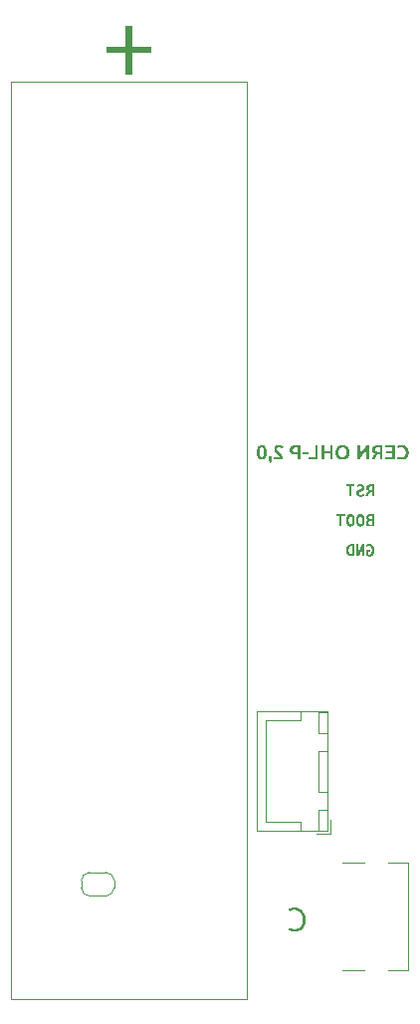
<source format=gbr>
%TF.GenerationSoftware,KiCad,Pcbnew,8.0.7*%
%TF.CreationDate,2025-01-25T18:23:14+01:00*%
%TF.ProjectId,termometer2,7465726d-6f6d-4657-9465-72322e6b6963,rev?*%
%TF.SameCoordinates,Original*%
%TF.FileFunction,Legend,Bot*%
%TF.FilePolarity,Positive*%
%FSLAX46Y46*%
G04 Gerber Fmt 4.6, Leading zero omitted, Abs format (unit mm)*
G04 Created by KiCad (PCBNEW 8.0.7) date 2025-01-25 18:23:14*
%MOMM*%
%LPD*%
G01*
G04 APERTURE LIST*
%ADD10C,0.312500*%
%ADD11C,0.200000*%
%ADD12C,0.300000*%
%ADD13C,0.120000*%
G04 APERTURE END LIST*
D10*
G36*
X118004817Y-183919719D02*
G01*
X118073006Y-183917133D01*
X118137438Y-183909372D01*
X118198114Y-183896439D01*
X118264154Y-183874811D01*
X118325081Y-183846141D01*
X118380427Y-183810708D01*
X118429725Y-183768787D01*
X118472974Y-183720381D01*
X118510176Y-183665487D01*
X118528718Y-183631208D01*
X118555960Y-183566338D01*
X118573985Y-183506131D01*
X118587094Y-183441674D01*
X118595287Y-183372967D01*
X118598565Y-183300009D01*
X118598633Y-183287436D01*
X118596427Y-183223015D01*
X118589809Y-183161721D01*
X118576843Y-183095499D01*
X118558115Y-183033360D01*
X118552532Y-183018463D01*
X118527058Y-182961696D01*
X118492972Y-182903352D01*
X118453138Y-182850853D01*
X118423389Y-182819100D01*
X118374528Y-182776534D01*
X118321368Y-182740199D01*
X118263910Y-182710095D01*
X118230131Y-182696063D01*
X118166735Y-182675844D01*
X118100537Y-182662242D01*
X118039343Y-182655707D01*
X117991995Y-182654236D01*
X117925933Y-182656329D01*
X117860696Y-182663384D01*
X117816445Y-182671944D01*
X117755929Y-182687930D01*
X117696430Y-182709385D01*
X117693408Y-182710717D01*
X117637194Y-182737679D01*
X117625630Y-182744606D01*
X117695545Y-182938779D01*
X117753476Y-182911607D01*
X117812556Y-182890837D01*
X117821635Y-182888099D01*
X117884600Y-182873866D01*
X117949250Y-182867169D01*
X117989858Y-182866117D01*
X118055844Y-182871420D01*
X118117789Y-182887329D01*
X118170597Y-182910996D01*
X118222953Y-182947479D01*
X118267517Y-182995217D01*
X118301267Y-183048383D01*
X118327027Y-183111018D01*
X118342054Y-183175955D01*
X118348923Y-183240488D01*
X118350116Y-183284077D01*
X118347121Y-183350817D01*
X118338137Y-183413307D01*
X118321131Y-183477754D01*
X118312258Y-183502064D01*
X118284393Y-183557854D01*
X118244031Y-183610131D01*
X118193495Y-183652884D01*
X118138218Y-183681864D01*
X118073520Y-183700111D01*
X118007237Y-183707356D01*
X117983446Y-183707839D01*
X117920018Y-183706003D01*
X117858265Y-183699659D01*
X117796284Y-183686063D01*
X117791716Y-183684636D01*
X117733746Y-183664684D01*
X117675700Y-183640061D01*
X117610060Y-183833013D01*
X117668691Y-183861099D01*
X117732017Y-183882794D01*
X117762712Y-183891631D01*
X117823089Y-183905209D01*
X117889504Y-183914343D01*
X117953609Y-183918732D01*
X118004817Y-183919719D01*
G37*
G36*
X117429625Y-183894685D02*
G01*
X117429625Y-182682019D01*
X116636752Y-182682019D01*
X116636752Y-182883214D01*
X117190573Y-182883214D01*
X117190573Y-183161956D01*
X116698423Y-183161956D01*
X116698423Y-183358877D01*
X117190573Y-183358877D01*
X117190573Y-183693489D01*
X116595536Y-183693489D01*
X116595536Y-183894685D01*
X117429625Y-183894685D01*
G37*
G36*
X116088450Y-182669470D02*
G01*
X116150868Y-182672046D01*
X116212686Y-182676218D01*
X116264168Y-182680989D01*
X116325123Y-182689050D01*
X116389151Y-182700642D01*
X116389151Y-183894685D01*
X116150098Y-183894685D01*
X116150098Y-183441309D01*
X116001721Y-183441309D01*
X115989509Y-183441003D01*
X115976991Y-183440088D01*
X115956572Y-183464871D01*
X115918029Y-183516246D01*
X115881736Y-183569842D01*
X115851087Y-183617587D01*
X115817097Y-183671966D01*
X115782818Y-183728294D01*
X115752061Y-183780357D01*
X115719468Y-183837557D01*
X115688174Y-183894685D01*
X115421339Y-183894685D01*
X115433389Y-183869297D01*
X115461264Y-183813700D01*
X115491559Y-183757298D01*
X115506184Y-183731187D01*
X115538463Y-183675351D01*
X115571548Y-183620522D01*
X115584421Y-183599763D01*
X115617819Y-183547954D01*
X115653675Y-183495653D01*
X115690754Y-183444491D01*
X115729695Y-183394292D01*
X115709132Y-183385899D01*
X115652787Y-183356854D01*
X115599586Y-183317785D01*
X115556283Y-183271560D01*
X115538516Y-183245356D01*
X115512017Y-183185702D01*
X115498466Y-183123755D01*
X115494612Y-183062122D01*
X115494632Y-183060290D01*
X115741602Y-183060290D01*
X115748206Y-183118385D01*
X115776101Y-183175389D01*
X115822580Y-183212526D01*
X115879905Y-183233702D01*
X115926547Y-183242396D01*
X115991806Y-183248579D01*
X116053928Y-183250189D01*
X116150098Y-183250189D01*
X116150098Y-182879550D01*
X116096975Y-182875276D01*
X116091353Y-182874839D01*
X116029809Y-182872833D01*
X116002634Y-182873273D01*
X115937491Y-182878533D01*
X115876241Y-182890846D01*
X115825125Y-182910782D01*
X115776407Y-182949465D01*
X115750303Y-182997474D01*
X115741602Y-183060290D01*
X115494632Y-183060290D01*
X115494750Y-183049724D01*
X115501390Y-182979586D01*
X115517991Y-182916724D01*
X115544553Y-182861140D01*
X115588130Y-182805489D01*
X115636272Y-182765672D01*
X115663937Y-182748376D01*
X115725882Y-182718888D01*
X115784243Y-182699513D01*
X115848731Y-182684863D01*
X115919346Y-182674940D01*
X115980249Y-182670403D01*
X116045074Y-182668891D01*
X116088450Y-182669470D01*
G37*
G36*
X115241210Y-183894685D02*
G01*
X115241210Y-182682019D01*
X115047342Y-182682019D01*
X115003172Y-182728797D01*
X114960611Y-182777076D01*
X114934990Y-182807499D01*
X114893873Y-182857769D01*
X114851963Y-182910348D01*
X114813174Y-182960150D01*
X114773926Y-183011223D01*
X114734797Y-183063310D01*
X114695787Y-183116410D01*
X114688000Y-183127151D01*
X114649389Y-183180591D01*
X114611793Y-183233674D01*
X114575210Y-183286398D01*
X114568015Y-183296900D01*
X114532816Y-183348527D01*
X114496094Y-183403802D01*
X114461464Y-183457490D01*
X114461464Y-182682019D01*
X114224243Y-182682019D01*
X114224243Y-183894685D01*
X114424828Y-183894685D01*
X114457004Y-183838029D01*
X114490985Y-183780147D01*
X114523441Y-183726462D01*
X114557209Y-183671973D01*
X114592110Y-183616887D01*
X114628145Y-183561205D01*
X114635487Y-183549997D01*
X114672452Y-183493975D01*
X114710072Y-183438489D01*
X114748348Y-183383541D01*
X114756082Y-183372615D01*
X114794937Y-183318579D01*
X114834030Y-183265616D01*
X114873362Y-183213726D01*
X114881257Y-183203477D01*
X114920386Y-183153323D01*
X114959157Y-183105136D01*
X115001392Y-183054404D01*
X115005210Y-183049910D01*
X115005210Y-183894685D01*
X115241210Y-183894685D01*
G37*
G36*
X113014390Y-182655220D02*
G01*
X113079498Y-182661950D01*
X113142675Y-182675055D01*
X113203919Y-182694536D01*
X113236833Y-182708106D01*
X113293186Y-182737454D01*
X113345819Y-182773129D01*
X113394734Y-182815131D01*
X113424837Y-182846573D01*
X113465243Y-182898726D01*
X113499949Y-182956868D01*
X113526014Y-183013578D01*
X113531745Y-183028494D01*
X113550969Y-183091091D01*
X113564279Y-183158382D01*
X113571072Y-183221112D01*
X113573336Y-183287436D01*
X113572628Y-183325668D01*
X113568299Y-183386812D01*
X113557909Y-183455935D01*
X113541852Y-183520420D01*
X113520128Y-183580270D01*
X113492736Y-183635482D01*
X113471656Y-183669590D01*
X113430656Y-183724091D01*
X113384426Y-183771988D01*
X113332966Y-183813282D01*
X113276276Y-183847973D01*
X113241886Y-183864789D01*
X113179661Y-183888821D01*
X113114836Y-183905987D01*
X113047410Y-183916286D01*
X112977384Y-183919719D01*
X112935996Y-183918598D01*
X112866047Y-183911242D01*
X112799253Y-183897018D01*
X112735615Y-183875929D01*
X112675133Y-183847973D01*
X112642265Y-183828958D01*
X112588925Y-183790494D01*
X112540902Y-183745427D01*
X112498197Y-183693756D01*
X112460810Y-183635482D01*
X112446624Y-183608455D01*
X112422438Y-183550925D01*
X112403834Y-183488757D01*
X112390811Y-183421953D01*
X112383369Y-183350512D01*
X112381431Y-183287436D01*
X112628727Y-183287436D01*
X112629385Y-183318758D01*
X112635680Y-183385535D01*
X112648641Y-183447193D01*
X112670859Y-183509697D01*
X112700519Y-183564866D01*
X112741271Y-183615910D01*
X112790538Y-183656853D01*
X112847741Y-183686576D01*
X112912304Y-183703962D01*
X112977384Y-183709060D01*
X113042463Y-183703962D01*
X113107026Y-183686576D01*
X113164229Y-183656853D01*
X113213532Y-183615910D01*
X113254393Y-183564866D01*
X113284214Y-183509697D01*
X113298428Y-183472953D01*
X113314236Y-183413571D01*
X113323426Y-183349069D01*
X113326040Y-183287436D01*
X113325387Y-183256113D01*
X113319137Y-183189336D01*
X113306271Y-183127678D01*
X113284214Y-183065175D01*
X113254393Y-183009976D01*
X113213532Y-182958830D01*
X113164229Y-182917713D01*
X113107026Y-182887642D01*
X113042463Y-182870054D01*
X112977384Y-182864896D01*
X112912304Y-182869994D01*
X112847741Y-182887379D01*
X112790538Y-182917103D01*
X112741271Y-182957872D01*
X112700519Y-183008814D01*
X112670859Y-183063954D01*
X112656541Y-183100740D01*
X112640618Y-183160348D01*
X112631360Y-183225268D01*
X112628727Y-183287436D01*
X112381431Y-183287436D01*
X112382142Y-183248988D01*
X112386488Y-183187544D01*
X112396917Y-183118160D01*
X112413035Y-183053521D01*
X112434841Y-182993625D01*
X112462337Y-182938474D01*
X112483345Y-182904299D01*
X112524243Y-182849727D01*
X112570400Y-182801817D01*
X112621816Y-182760569D01*
X112678492Y-182725982D01*
X112712748Y-182709167D01*
X112774831Y-182685135D01*
X112839631Y-182667969D01*
X112907149Y-182657669D01*
X112977384Y-182654236D01*
X113014390Y-182655220D01*
G37*
G36*
X112145431Y-183894685D02*
G01*
X112145431Y-182682019D01*
X111906379Y-182682019D01*
X111906379Y-183159819D01*
X111403849Y-183159819D01*
X111403849Y-182682019D01*
X111164796Y-182682019D01*
X111164796Y-183894685D01*
X111403849Y-183894685D01*
X111403849Y-183364983D01*
X111906379Y-183364983D01*
X111906379Y-183894685D01*
X112145431Y-183894685D01*
G37*
G36*
X110876590Y-183894685D02*
G01*
X110876590Y-182682019D01*
X110637537Y-182682019D01*
X110637537Y-183688910D01*
X110092876Y-183688910D01*
X110092876Y-183894685D01*
X110876590Y-183894685D01*
G37*
G36*
X110062956Y-183480082D02*
G01*
X110062956Y-183271560D01*
X109580576Y-183271560D01*
X109580576Y-183480082D01*
X110062956Y-183480082D01*
G37*
G36*
X109085200Y-182669470D02*
G01*
X109148920Y-182672046D01*
X109212686Y-182676218D01*
X109265939Y-182680989D01*
X109328272Y-182689050D01*
X109392815Y-182700642D01*
X109392815Y-183894685D01*
X109153762Y-183894685D01*
X109153762Y-183474587D01*
X109050569Y-183474587D01*
X109006758Y-183473948D01*
X108944190Y-183470592D01*
X108875969Y-183463041D01*
X108812891Y-183451575D01*
X108747098Y-183433676D01*
X108709449Y-183419699D01*
X108649082Y-183388529D01*
X108598230Y-183349632D01*
X108556893Y-183303006D01*
X108531436Y-183261046D01*
X108507892Y-183199585D01*
X108495642Y-183137856D01*
X108491559Y-183069449D01*
X108491592Y-183067922D01*
X108738244Y-183067922D01*
X108738279Y-183072830D01*
X108746160Y-183134339D01*
X108774270Y-183190960D01*
X108822370Y-183230347D01*
X108881126Y-183252936D01*
X108923284Y-183261644D01*
X108987233Y-183268821D01*
X109053622Y-183270949D01*
X109153762Y-183270949D01*
X109153762Y-182879550D01*
X109097586Y-182875276D01*
X109089271Y-182874703D01*
X109027061Y-182872833D01*
X109001206Y-182873243D01*
X108938447Y-182878146D01*
X108878073Y-182889625D01*
X108826490Y-182909168D01*
X108775796Y-182948549D01*
X108773486Y-182951216D01*
X108745432Y-183007056D01*
X108738244Y-183067922D01*
X108491592Y-183067922D01*
X108492109Y-183043860D01*
X108500374Y-182972343D01*
X108518556Y-182908705D01*
X108546656Y-182852946D01*
X108584674Y-182805064D01*
X108632609Y-182765061D01*
X108660169Y-182747875D01*
X108721972Y-182718573D01*
X108780279Y-182699320D01*
X108844773Y-182684763D01*
X108915453Y-182674901D01*
X108976452Y-182670393D01*
X109041410Y-182668891D01*
X109085200Y-182669470D01*
G37*
G36*
X107911176Y-183894685D02*
G01*
X107914229Y-183853469D01*
X107914229Y-183814695D01*
X107910510Y-183753182D01*
X107897654Y-183689593D01*
X107875615Y-183631013D01*
X107867213Y-183614416D01*
X107835281Y-183561023D01*
X107798639Y-183510374D01*
X107757286Y-183462468D01*
X107748450Y-183453216D01*
X107703668Y-183407676D01*
X107659005Y-183363032D01*
X107614462Y-183319282D01*
X107605568Y-183310639D01*
X107560894Y-183267395D01*
X107516615Y-183223417D01*
X107501764Y-183208362D01*
X107459785Y-183160506D01*
X107427270Y-183112802D01*
X107404073Y-183053945D01*
X107399488Y-183011441D01*
X107407499Y-182949109D01*
X107439356Y-182895356D01*
X107448031Y-182888099D01*
X107506415Y-182859750D01*
X107569236Y-182851768D01*
X107630450Y-182857568D01*
X107686473Y-182874971D01*
X107741267Y-182902909D01*
X107776538Y-182927178D01*
X107823582Y-182966775D01*
X107829050Y-182972057D01*
X107943233Y-182813299D01*
X107895453Y-182772694D01*
X107844282Y-182737399D01*
X107840651Y-182735142D01*
X107783232Y-182704386D01*
X107724679Y-182681128D01*
X107711508Y-182676829D01*
X107647745Y-182661385D01*
X107585815Y-182654788D01*
X107561299Y-182654236D01*
X107499861Y-182656472D01*
X107433200Y-182665059D01*
X107365168Y-182683216D01*
X107307627Y-182710139D01*
X107260575Y-182745827D01*
X107218767Y-182795725D01*
X107188905Y-182854134D01*
X107170987Y-182921052D01*
X107165108Y-182986587D01*
X107165015Y-182996481D01*
X107171197Y-183061683D01*
X107189744Y-183124480D01*
X107208978Y-183165009D01*
X107241981Y-183218746D01*
X107280540Y-183270390D01*
X107320414Y-183315524D01*
X107366880Y-183363642D01*
X107413923Y-183410607D01*
X107457190Y-183452300D01*
X107502839Y-183497294D01*
X107541149Y-183536563D01*
X107583586Y-183582741D01*
X107620527Y-183627849D01*
X107653560Y-183681937D01*
X107659606Y-183702038D01*
X107127157Y-183702038D01*
X107127157Y-183894685D01*
X107911176Y-183894685D01*
G37*
G36*
X106808115Y-184178312D02*
G01*
X106986107Y-184130379D01*
X106965517Y-184071515D01*
X106947116Y-184007413D01*
X106933425Y-183944682D01*
X106930236Y-183926131D01*
X106921024Y-183861683D01*
X106915335Y-183798535D01*
X106914055Y-183756077D01*
X106914971Y-183720661D01*
X106917108Y-183679140D01*
X106918940Y-183651052D01*
X106677750Y-183651052D01*
X106674086Y-183703259D01*
X106673476Y-183731042D01*
X106676934Y-183798215D01*
X106685961Y-183860964D01*
X106700591Y-183925887D01*
X106708891Y-183955440D01*
X106728373Y-184014135D01*
X106751405Y-184070845D01*
X106781557Y-184132271D01*
X106808115Y-184178312D01*
G37*
G36*
X106144985Y-182656032D02*
G01*
X106212675Y-182668319D01*
X106274858Y-182692247D01*
X106331536Y-182727814D01*
X106337485Y-182732479D01*
X106382007Y-182774539D01*
X106421071Y-182825034D01*
X106454678Y-182883962D01*
X106479608Y-182942443D01*
X106485930Y-182960280D01*
X106504845Y-183026562D01*
X106517081Y-183088143D01*
X106525646Y-183154125D01*
X106530540Y-183224507D01*
X106531815Y-183286520D01*
X106531616Y-183311804D01*
X106529375Y-183372854D01*
X106523400Y-183442041D01*
X106513841Y-183506785D01*
X106500696Y-183567085D01*
X106480829Y-183631818D01*
X106456271Y-183690180D01*
X106423017Y-183749008D01*
X106384229Y-183799441D01*
X106333978Y-183846141D01*
X106290359Y-183874811D01*
X106228954Y-183901325D01*
X106169343Y-183915121D01*
X106105001Y-183919719D01*
X106080269Y-183919080D01*
X106010166Y-183909492D01*
X105946202Y-183888397D01*
X105888378Y-183855796D01*
X105836694Y-183811690D01*
X105791149Y-183756077D01*
X105784180Y-183745710D01*
X105752655Y-183689709D01*
X105726661Y-183626761D01*
X105706198Y-183556866D01*
X105693809Y-183495949D01*
X105684960Y-183430585D01*
X105679651Y-183360775D01*
X105677881Y-183286520D01*
X105912354Y-183286520D01*
X105912631Y-183317332D01*
X105915276Y-183383693D01*
X105920724Y-183445949D01*
X105930062Y-183510307D01*
X105937539Y-183545817D01*
X105957517Y-183608013D01*
X105989291Y-183665707D01*
X105991899Y-183669182D01*
X106042474Y-183709778D01*
X106105001Y-183722188D01*
X106113928Y-183721967D01*
X106173436Y-183706248D01*
X106219795Y-183665707D01*
X106241562Y-183630456D01*
X106264574Y-183573161D01*
X106279634Y-183510307D01*
X106283784Y-183485172D01*
X106291739Y-183418787D01*
X106295941Y-183354706D01*
X106297342Y-183286520D01*
X106297065Y-183255651D01*
X106294419Y-183189300D01*
X106288972Y-183127248D01*
X106279634Y-183063343D01*
X106272135Y-183027948D01*
X106251985Y-182965981D01*
X106219795Y-182908554D01*
X106217113Y-182905060D01*
X106166261Y-182864245D01*
X106105001Y-182851768D01*
X106095819Y-182851989D01*
X106035243Y-182867794D01*
X105989291Y-182908554D01*
X105967819Y-182943633D01*
X105945050Y-183000699D01*
X105930062Y-183063343D01*
X105925911Y-183088268D01*
X105917957Y-183154296D01*
X105913755Y-183218259D01*
X105912354Y-183286520D01*
X105677881Y-183286520D01*
X105677992Y-183267595D01*
X105680646Y-183194659D01*
X105686841Y-183126140D01*
X105696574Y-183062038D01*
X105709848Y-183002353D01*
X105731418Y-182933960D01*
X105758518Y-182872468D01*
X105791149Y-182817879D01*
X105805648Y-182798063D01*
X105853240Y-182746285D01*
X105906971Y-182706014D01*
X105966841Y-182677248D01*
X106032851Y-182659989D01*
X106105001Y-182654236D01*
X106144985Y-182656032D01*
G37*
D11*
G36*
X115677249Y-189586792D02*
G01*
X115347033Y-189586792D01*
X115310280Y-189586188D01*
X115253396Y-189582502D01*
X115201974Y-189575464D01*
X115147477Y-189562596D01*
X115100846Y-189544902D01*
X115056384Y-189518159D01*
X115026004Y-189489468D01*
X114998505Y-189448529D01*
X114979562Y-189399549D01*
X114970134Y-189351166D01*
X114966991Y-189296875D01*
X114968428Y-189270741D01*
X115172399Y-189270741D01*
X115173764Y-189302043D01*
X115184687Y-189353517D01*
X115211234Y-189394817D01*
X115248534Y-189416547D01*
X115297088Y-189427655D01*
X115347033Y-189430476D01*
X115481610Y-189430476D01*
X115481610Y-189102214D01*
X115347033Y-189102214D01*
X115303573Y-189104671D01*
X115254633Y-189116077D01*
X115212943Y-189141537D01*
X115191563Y-189171051D01*
X115176358Y-189219503D01*
X115172399Y-189270741D01*
X114968428Y-189270741D01*
X114969843Y-189245020D01*
X114980085Y-189192225D01*
X114997778Y-189146331D01*
X115026586Y-189102946D01*
X115059895Y-189071851D01*
X115106052Y-189045445D01*
X115154802Y-189029596D01*
X115203418Y-189021614D01*
X115191330Y-189020337D01*
X115141514Y-189010200D01*
X115094955Y-188990508D01*
X115054430Y-188958599D01*
X115048248Y-188951656D01*
X115021379Y-188907570D01*
X115007421Y-188858826D01*
X115005107Y-188829639D01*
X115204639Y-188829639D01*
X115210904Y-188877403D01*
X115237368Y-188919032D01*
X115248675Y-188926771D01*
X115295547Y-188942120D01*
X115347033Y-188945898D01*
X115481610Y-188945898D01*
X115481610Y-188711425D01*
X115347033Y-188711425D01*
X115337734Y-188711535D01*
X115285388Y-188717597D01*
X115238100Y-188739513D01*
X115211991Y-188778938D01*
X115204639Y-188829639D01*
X115005107Y-188829639D01*
X115003383Y-188807901D01*
X115003467Y-188800086D01*
X115008772Y-188748810D01*
X115024937Y-188697564D01*
X115051880Y-188654165D01*
X115089601Y-188618613D01*
X115095072Y-188614706D01*
X115138022Y-188590830D01*
X115189106Y-188573032D01*
X115239366Y-188562614D01*
X115295603Y-188556660D01*
X115347033Y-188555110D01*
X115677249Y-188555110D01*
X115677249Y-189586792D01*
G37*
G36*
X114540955Y-188541581D02*
G01*
X114591077Y-188550123D01*
X114645620Y-188569048D01*
X114694048Y-188597436D01*
X114736364Y-188635286D01*
X114766956Y-188674056D01*
X114777958Y-188691350D01*
X114802359Y-188738974D01*
X114822323Y-188792872D01*
X114835100Y-188840507D01*
X114845037Y-188892157D01*
X114852136Y-188947822D01*
X114856395Y-189007501D01*
X114857814Y-189071195D01*
X114857726Y-189087465D01*
X114855596Y-189150050D01*
X114850627Y-189208644D01*
X114842819Y-189263245D01*
X114832172Y-189313855D01*
X114814870Y-189371504D01*
X114793131Y-189422915D01*
X114766956Y-189468089D01*
X114742822Y-189499574D01*
X114701526Y-189538929D01*
X114654116Y-189568840D01*
X114600592Y-189589305D01*
X114551319Y-189599143D01*
X114497800Y-189602423D01*
X114454535Y-189600324D01*
X114404307Y-189591797D01*
X114349684Y-189572906D01*
X114301227Y-189544570D01*
X114258934Y-189506789D01*
X114228400Y-189468089D01*
X114217368Y-189450768D01*
X114192902Y-189403099D01*
X114172885Y-189349193D01*
X114160074Y-189301577D01*
X114150109Y-189249969D01*
X114142992Y-189194370D01*
X114138721Y-189134778D01*
X114137298Y-189071195D01*
X114348079Y-189071195D01*
X114348115Y-189082924D01*
X114349342Y-189138511D01*
X114352322Y-189189007D01*
X114358212Y-189242880D01*
X114368275Y-189296463D01*
X114383983Y-189345480D01*
X114410421Y-189390302D01*
X114449089Y-189420433D01*
X114497800Y-189430476D01*
X114546263Y-189420433D01*
X114584855Y-189390302D01*
X114611373Y-189345480D01*
X114613567Y-189340065D01*
X114628611Y-189289419D01*
X114638118Y-189234410D01*
X114643550Y-189179315D01*
X114646162Y-189127801D01*
X114647033Y-189071195D01*
X114646998Y-189059436D01*
X114645779Y-189003712D01*
X114642819Y-188953105D01*
X114636969Y-188899129D01*
X114626974Y-188845469D01*
X114611373Y-188796422D01*
X114584855Y-188751599D01*
X114546263Y-188721469D01*
X114497800Y-188711425D01*
X114449089Y-188721469D01*
X114410421Y-188751599D01*
X114383983Y-188796422D01*
X114381774Y-188801836D01*
X114366627Y-188852520D01*
X114357055Y-188907613D01*
X114351586Y-188962817D01*
X114348956Y-189014448D01*
X114348079Y-189071195D01*
X114137298Y-189071195D01*
X114137387Y-189054895D01*
X114139522Y-188992205D01*
X114144504Y-188933529D01*
X114152333Y-188878868D01*
X114163009Y-188828222D01*
X114180358Y-188770561D01*
X114202155Y-188719172D01*
X114228400Y-188674056D01*
X114252485Y-188642514D01*
X114293750Y-188603087D01*
X114341180Y-188573123D01*
X114394775Y-188552621D01*
X114444147Y-188542764D01*
X114497800Y-188539478D01*
X114540955Y-188541581D01*
G37*
G36*
X113698806Y-188541581D02*
G01*
X113748928Y-188550123D01*
X113803470Y-188569048D01*
X113851899Y-188597436D01*
X113894214Y-188635286D01*
X113924807Y-188674056D01*
X113935809Y-188691350D01*
X113960209Y-188738974D01*
X113980173Y-188792872D01*
X113992950Y-188840507D01*
X114002888Y-188892157D01*
X114009986Y-188947822D01*
X114014245Y-189007501D01*
X114015665Y-189071195D01*
X114015576Y-189087465D01*
X114013447Y-189150050D01*
X114008478Y-189208644D01*
X114000670Y-189263245D01*
X113990022Y-189313855D01*
X113972720Y-189371504D01*
X113950982Y-189422915D01*
X113924807Y-189468089D01*
X113900672Y-189499574D01*
X113859376Y-189538929D01*
X113811966Y-189568840D01*
X113758443Y-189589305D01*
X113709170Y-189599143D01*
X113655651Y-189602423D01*
X113612386Y-189600324D01*
X113562157Y-189591797D01*
X113507535Y-189572906D01*
X113459077Y-189544570D01*
X113416785Y-189506789D01*
X113386251Y-189468089D01*
X113375219Y-189450768D01*
X113350753Y-189403099D01*
X113330735Y-189349193D01*
X113317924Y-189301577D01*
X113307960Y-189249969D01*
X113300842Y-189194370D01*
X113296572Y-189134778D01*
X113295149Y-189071195D01*
X113505930Y-189071195D01*
X113505965Y-189082924D01*
X113507192Y-189138511D01*
X113510173Y-189189007D01*
X113516063Y-189242880D01*
X113526126Y-189296463D01*
X113541834Y-189345480D01*
X113568271Y-189390302D01*
X113606939Y-189420433D01*
X113655651Y-189430476D01*
X113704113Y-189420433D01*
X113742705Y-189390302D01*
X113769224Y-189345480D01*
X113771418Y-189340065D01*
X113786462Y-189289419D01*
X113795968Y-189234410D01*
X113801401Y-189179315D01*
X113804013Y-189127801D01*
X113804883Y-189071195D01*
X113804849Y-189059436D01*
X113803630Y-189003712D01*
X113800670Y-188953105D01*
X113794819Y-188899129D01*
X113784825Y-188845469D01*
X113769224Y-188796422D01*
X113742705Y-188751599D01*
X113704113Y-188721469D01*
X113655651Y-188711425D01*
X113606939Y-188721469D01*
X113568271Y-188751599D01*
X113541834Y-188796422D01*
X113539625Y-188801836D01*
X113524478Y-188852520D01*
X113514906Y-188907613D01*
X113509436Y-188962817D01*
X113506807Y-189014448D01*
X113505930Y-189071195D01*
X113295149Y-189071195D01*
X113295237Y-189054895D01*
X113297373Y-188992205D01*
X113302355Y-188933529D01*
X113310184Y-188878868D01*
X113320860Y-188828222D01*
X113338209Y-188770561D01*
X113360006Y-188719172D01*
X113386251Y-188674056D01*
X113410336Y-188642514D01*
X113451600Y-188603087D01*
X113499030Y-188573123D01*
X113552625Y-188552621D01*
X113601997Y-188542764D01*
X113655651Y-188539478D01*
X113698806Y-188541581D01*
G37*
G36*
X112711897Y-189586792D02*
G01*
X112914618Y-189586792D01*
X112914618Y-188727057D01*
X113174981Y-188727057D01*
X113174981Y-188555110D01*
X112451534Y-188555110D01*
X112451534Y-188727057D01*
X112711897Y-188727057D01*
X112711897Y-189586792D01*
G37*
G36*
X115164096Y-191947273D02*
G01*
X115164096Y-191751634D01*
X115303070Y-191751634D01*
X115303070Y-191579688D01*
X114987020Y-191579688D01*
X114987020Y-192046436D01*
X115028595Y-192076299D01*
X115073056Y-192100736D01*
X115115980Y-192118243D01*
X115165523Y-192132010D01*
X115217433Y-192140062D01*
X115266678Y-192142423D01*
X115326677Y-192139048D01*
X115382264Y-192128923D01*
X115433438Y-192112048D01*
X115480199Y-192088422D01*
X115522548Y-192058047D01*
X115560485Y-192020922D01*
X115574424Y-192004182D01*
X115605665Y-191958137D01*
X115631611Y-191906403D01*
X115652262Y-191848981D01*
X115664970Y-191798948D01*
X115674290Y-191745273D01*
X115680220Y-191687958D01*
X115682762Y-191627003D01*
X115682868Y-191611195D01*
X115681158Y-191548440D01*
X115676029Y-191489501D01*
X115667480Y-191434378D01*
X115655512Y-191383072D01*
X115640125Y-191335582D01*
X115616082Y-191281586D01*
X115586697Y-191233553D01*
X115573447Y-191216010D01*
X115536803Y-191176677D01*
X115495413Y-191144011D01*
X115449277Y-191118011D01*
X115398393Y-191098678D01*
X115342764Y-191086011D01*
X115282388Y-191080011D01*
X115256908Y-191079478D01*
X115207064Y-191082139D01*
X115157945Y-191090120D01*
X115135519Y-191095598D01*
X115088149Y-191111034D01*
X115043279Y-191131145D01*
X115023412Y-191142004D01*
X115023412Y-191360846D01*
X115057106Y-191323809D01*
X115097716Y-191292290D01*
X115121353Y-191279025D01*
X115167976Y-191261155D01*
X115218146Y-191252395D01*
X115242498Y-191251425D01*
X115296506Y-191257012D01*
X115343248Y-191273773D01*
X115387147Y-191305986D01*
X115414933Y-191340818D01*
X115439831Y-191391147D01*
X115455781Y-191444627D01*
X115465117Y-191497481D01*
X115469841Y-191546471D01*
X115471786Y-191599958D01*
X115471842Y-191611195D01*
X115470500Y-191664098D01*
X115466475Y-191712899D01*
X115458103Y-191766045D01*
X115443452Y-191820582D01*
X115423542Y-191867077D01*
X115416887Y-191878885D01*
X115386280Y-191918956D01*
X115344367Y-191950351D01*
X115294532Y-191967256D01*
X115256908Y-191970476D01*
X115207888Y-191966175D01*
X115201953Y-191964858D01*
X115164096Y-191947273D01*
G37*
G36*
X114839253Y-191095110D02*
G01*
X114621632Y-191095110D01*
X114335868Y-191844935D01*
X114335868Y-191095110D01*
X114157083Y-191095110D01*
X114157083Y-192126792D01*
X114373482Y-192126792D01*
X114660711Y-191376966D01*
X114660711Y-192126792D01*
X114839253Y-192126792D01*
X114839253Y-191095110D01*
G37*
G36*
X113984891Y-192126792D02*
G01*
X113767759Y-192126792D01*
X113707126Y-192124899D01*
X113650889Y-192119220D01*
X113599049Y-192109756D01*
X113540430Y-192092601D01*
X113488681Y-192069532D01*
X113443802Y-192040547D01*
X113405792Y-192005647D01*
X113386019Y-191981543D01*
X113357386Y-191935397D01*
X113334155Y-191881785D01*
X113319461Y-191833520D01*
X113308223Y-191780478D01*
X113300444Y-191722657D01*
X113296122Y-191660058D01*
X113295150Y-191609974D01*
X113505931Y-191609974D01*
X113505981Y-191621621D01*
X113507717Y-191676643D01*
X113511934Y-191726311D01*
X113520269Y-191778844D01*
X113534508Y-191830388D01*
X113556734Y-191876443D01*
X113586440Y-191910743D01*
X113630150Y-191937618D01*
X113678151Y-191951093D01*
X113727215Y-191954845D01*
X113782170Y-191954845D01*
X113782170Y-191267057D01*
X113727215Y-191267057D01*
X113684757Y-191269804D01*
X113635679Y-191282017D01*
X113590758Y-191307433D01*
X113556734Y-191345214D01*
X113553608Y-191350190D01*
X113532176Y-191397657D01*
X113518632Y-191450361D01*
X113510892Y-191503833D01*
X113507171Y-191554244D01*
X113505931Y-191609974D01*
X113295150Y-191609974D01*
X113295258Y-191593011D01*
X113297851Y-191528157D01*
X113303901Y-191468096D01*
X113313410Y-191412829D01*
X113326376Y-191362354D01*
X113347445Y-191306002D01*
X113373917Y-191257139D01*
X113405792Y-191215766D01*
X113412844Y-191208343D01*
X113452228Y-191174762D01*
X113498482Y-191147072D01*
X113551605Y-191125274D01*
X113599049Y-191112077D01*
X113650889Y-191102651D01*
X113707126Y-191096995D01*
X113767759Y-191095110D01*
X113984891Y-191095110D01*
X113984891Y-192126792D01*
G37*
D12*
G36*
X95076970Y-151160704D02*
G01*
X95076970Y-149362588D01*
X96706559Y-149362588D01*
X96706559Y-148824766D01*
X95076970Y-148824766D01*
X95076970Y-147035443D01*
X94514235Y-147035443D01*
X94514235Y-148824766D01*
X92891974Y-148824766D01*
X92891974Y-149362588D01*
X94514235Y-149362588D01*
X94514235Y-151160704D01*
X95076970Y-151160704D01*
G37*
D11*
G36*
X115671877Y-187046792D02*
G01*
X115469155Y-187046792D01*
X115469155Y-186640371D01*
X115404675Y-186640371D01*
X115373435Y-186645946D01*
X115332009Y-186673252D01*
X115301581Y-186711480D01*
X115276936Y-186756875D01*
X115262526Y-186787161D01*
X115138695Y-187046792D01*
X114916189Y-187046792D01*
X115101814Y-186676764D01*
X115126356Y-186630990D01*
X115156280Y-186589325D01*
X115163422Y-186582702D01*
X115208792Y-186560748D01*
X115191054Y-186557968D01*
X115142606Y-186544296D01*
X115097159Y-186519724D01*
X115060537Y-186485277D01*
X115045690Y-186464518D01*
X115023546Y-186416595D01*
X115012223Y-186366163D01*
X115009763Y-186327496D01*
X115218562Y-186327496D01*
X115218880Y-186341230D01*
X115227599Y-186392160D01*
X115254710Y-186435696D01*
X115272673Y-186448449D01*
X115322135Y-186464557D01*
X115373656Y-186468424D01*
X115469155Y-186468424D01*
X115469155Y-186187057D01*
X115373656Y-186187057D01*
X115348651Y-186187850D01*
X115298224Y-186196225D01*
X115254221Y-186219541D01*
X115243948Y-186230742D01*
X115223577Y-186276938D01*
X115218562Y-186327496D01*
X115009763Y-186327496D01*
X115009002Y-186315528D01*
X115010349Y-186277102D01*
X115017421Y-186224658D01*
X115033335Y-186171351D01*
X115057499Y-186126530D01*
X115095219Y-186085696D01*
X115118518Y-186069152D01*
X115167683Y-186045509D01*
X115218327Y-186030619D01*
X115266526Y-186022003D01*
X115320175Y-186016833D01*
X115379274Y-186015110D01*
X115671877Y-186015110D01*
X115671877Y-187046792D01*
G37*
G36*
X114570830Y-186594698D02*
G01*
X114616271Y-186576313D01*
X114664425Y-186553873D01*
X114711814Y-186527172D01*
X114754381Y-186495970D01*
X114778192Y-186472088D01*
X114806786Y-186427471D01*
X114823465Y-186379933D01*
X114831567Y-186325401D01*
X114832414Y-186298920D01*
X114829280Y-186248634D01*
X114817701Y-186195284D01*
X114797590Y-186147661D01*
X114768948Y-186105765D01*
X114743265Y-186079346D01*
X114700965Y-186048225D01*
X114652284Y-186024749D01*
X114605478Y-186010710D01*
X114553984Y-186002286D01*
X114497801Y-185999478D01*
X114444713Y-186001711D01*
X114396109Y-186007680D01*
X114356385Y-186015354D01*
X114307862Y-186027919D01*
X114259686Y-186044120D01*
X114216189Y-186062004D01*
X114216189Y-186265214D01*
X114261283Y-186236243D01*
X114306896Y-186212467D01*
X114348813Y-186195361D01*
X114399017Y-186180775D01*
X114448876Y-186172921D01*
X114481926Y-186171425D01*
X114532255Y-186175547D01*
X114578817Y-186190774D01*
X114594766Y-186200734D01*
X114625258Y-186239044D01*
X114633845Y-186284754D01*
X114621643Y-186333901D01*
X114605512Y-186354607D01*
X114561427Y-186383672D01*
X114513124Y-186405354D01*
X114486322Y-186415668D01*
X114398883Y-186448397D01*
X114347934Y-186469567D01*
X114303227Y-186493543D01*
X114259774Y-186524379D01*
X114224474Y-186558878D01*
X114216922Y-186568076D01*
X114188704Y-186612932D01*
X114169721Y-186663971D01*
X114160600Y-186714530D01*
X114158548Y-186755654D01*
X114161777Y-186810792D01*
X114171462Y-186860434D01*
X114190924Y-186911405D01*
X114219174Y-186954895D01*
X114250383Y-186986219D01*
X114294942Y-187015912D01*
X114340280Y-187035558D01*
X114392212Y-187049846D01*
X114440526Y-187057660D01*
X114493420Y-187061753D01*
X114527355Y-187062423D01*
X114579803Y-187060085D01*
X114632366Y-187053072D01*
X114680251Y-187042639D01*
X114727659Y-187028438D01*
X114774017Y-187010563D01*
X114819326Y-186989016D01*
X114828262Y-186984265D01*
X114828262Y-186781055D01*
X114783075Y-186810001D01*
X114738737Y-186834464D01*
X114690471Y-186856389D01*
X114671458Y-186863609D01*
X114624150Y-186877777D01*
X114572497Y-186887301D01*
X114521249Y-186890476D01*
X114469786Y-186885805D01*
X114421814Y-186868548D01*
X114405233Y-186857259D01*
X114374275Y-186817386D01*
X114363997Y-186767916D01*
X114363956Y-186764203D01*
X114373686Y-186714796D01*
X114391556Y-186685556D01*
X114430213Y-186651922D01*
X114471179Y-186632067D01*
X114570830Y-186594698D01*
G37*
G36*
X113554047Y-187046792D02*
G01*
X113756769Y-187046792D01*
X113756769Y-186187057D01*
X114017131Y-186187057D01*
X114017131Y-186015110D01*
X113293684Y-186015110D01*
X113293684Y-186187057D01*
X113554047Y-186187057D01*
X113554047Y-187046792D01*
G37*
D12*
G36*
X108936078Y-224002009D02*
G01*
X109044968Y-223996376D01*
X109148949Y-223979476D01*
X109248021Y-223951309D01*
X109342185Y-223911876D01*
X109393789Y-223884284D01*
X109478532Y-223827637D01*
X109554955Y-223760705D01*
X109623056Y-223683488D01*
X109682835Y-223595986D01*
X109713258Y-223541367D01*
X109758368Y-223437937D01*
X109788216Y-223341469D01*
X109809923Y-223237788D01*
X109823490Y-223126894D01*
X109828577Y-223028972D01*
X109829030Y-222988401D01*
X109825547Y-222884377D01*
X109815098Y-222785588D01*
X109794628Y-222679098D01*
X109765059Y-222579447D01*
X109756245Y-222555603D01*
X109716464Y-222464867D01*
X109663609Y-222371839D01*
X109602176Y-222288394D01*
X109556454Y-222238087D01*
X109481879Y-222170570D01*
X109401585Y-222113100D01*
X109315573Y-222065676D01*
X109265317Y-222043670D01*
X109171795Y-222011792D01*
X109075878Y-221990347D01*
X108977565Y-221979335D01*
X108921912Y-221977725D01*
X108815895Y-221981091D01*
X108713136Y-221992334D01*
X108663014Y-222001660D01*
X108567781Y-222025252D01*
X108479832Y-222055882D01*
X108389791Y-222098899D01*
X108373342Y-222109127D01*
X108443196Y-222293775D01*
X108534764Y-222247441D01*
X108623935Y-222212686D01*
X108721292Y-222187384D01*
X108824756Y-222175477D01*
X108891137Y-222173607D01*
X109001474Y-222179988D01*
X109102896Y-222199131D01*
X109195403Y-222231035D01*
X109278995Y-222275701D01*
X109361916Y-222339581D01*
X109432627Y-222416368D01*
X109491128Y-222506060D01*
X109518353Y-222561465D01*
X109553829Y-222657025D01*
X109579169Y-222760523D01*
X109593027Y-222857595D01*
X109599124Y-222960745D01*
X109599441Y-222991332D01*
X109595701Y-223096051D01*
X109584481Y-223194787D01*
X109562500Y-223300300D01*
X109530748Y-223397997D01*
X109521284Y-223421200D01*
X109471210Y-223517748D01*
X109409468Y-223601314D01*
X109336056Y-223671896D01*
X109290230Y-223705498D01*
X109199052Y-223754142D01*
X109096978Y-223786866D01*
X108997098Y-223802589D01*
X108916538Y-223806127D01*
X108817306Y-223803344D01*
X108718560Y-223793727D01*
X108616058Y-223773119D01*
X108608304Y-223770956D01*
X108511252Y-223739994D01*
X108417794Y-223699637D01*
X108359176Y-223884284D01*
X108449568Y-223923784D01*
X108544812Y-223954764D01*
X108554082Y-223957557D01*
X108655614Y-223980999D01*
X108760861Y-223994673D01*
X108865443Y-224000924D01*
X108936078Y-224002009D01*
G37*
D13*
%TO.C,J3*%
X105715000Y-205340000D02*
X105715000Y-215460000D01*
X105715000Y-215460000D02*
X111685000Y-215460000D01*
X106475000Y-206100000D02*
X109425000Y-206100000D01*
X106475000Y-210400000D02*
X106475000Y-206100000D01*
X106475000Y-210400000D02*
X106475000Y-214700000D01*
X106475000Y-214700000D02*
X109425000Y-214700000D01*
X109425000Y-206100000D02*
X109425000Y-205350000D01*
X109425000Y-214700000D02*
X109425000Y-215450000D01*
X110725000Y-215750000D02*
X111975000Y-215750000D01*
X110925000Y-205350000D02*
X110925000Y-207150000D01*
X110925000Y-207150000D02*
X111675000Y-207150000D01*
X110925000Y-208650000D02*
X110925000Y-212150000D01*
X110925000Y-212150000D02*
X111675000Y-212150000D01*
X110925000Y-213650000D02*
X110925000Y-215450000D01*
X110925000Y-215450000D02*
X111675000Y-215450000D01*
X111675000Y-205350000D02*
X110925000Y-205350000D01*
X111675000Y-207150000D02*
X111675000Y-205350000D01*
X111675000Y-208650000D02*
X110925000Y-208650000D01*
X111675000Y-212150000D02*
X111675000Y-208650000D01*
X111675000Y-213650000D02*
X110925000Y-213650000D01*
X111675000Y-215450000D02*
X111675000Y-213650000D01*
X111685000Y-205340000D02*
X105715000Y-205340000D01*
X111685000Y-215460000D02*
X111685000Y-205340000D01*
X111975000Y-215750000D02*
X111975000Y-214500000D01*
%TO.C,BT1*%
X84750000Y-151750000D02*
X104850000Y-151750000D01*
X84750000Y-229750000D02*
X84750000Y-151750000D01*
X104850000Y-151750000D02*
X104850000Y-229750000D01*
X104850000Y-229750000D02*
X84750000Y-229750000D01*
%TO.C,JP1*%
X90750000Y-220300000D02*
X90750000Y-219700000D01*
X91450000Y-219000000D02*
X92850000Y-219000000D01*
X92850000Y-221000000D02*
X91450000Y-221000000D01*
X93550000Y-219700000D02*
X93550000Y-220300000D01*
X90750000Y-219700000D02*
G75*
G02*
X91450000Y-219000000I700000J0D01*
G01*
X91450000Y-221000000D02*
G75*
G02*
X90750000Y-220300000I0J700000D01*
G01*
X92850000Y-219000000D02*
G75*
G02*
X93550000Y-219700000I1J-699999D01*
G01*
X93550000Y-220300000D02*
G75*
G02*
X92850000Y-221000000I-699999J-1D01*
G01*
%TO.C,J1*%
X112945190Y-227305190D02*
X114865190Y-227305190D01*
X114865190Y-218145190D02*
X112945190Y-218145190D01*
X116875190Y-218145190D02*
X118580190Y-218145190D01*
X118580190Y-218145190D02*
X118580190Y-227305190D01*
X118580190Y-227305190D02*
X116875190Y-227305190D01*
%TD*%
M02*

</source>
